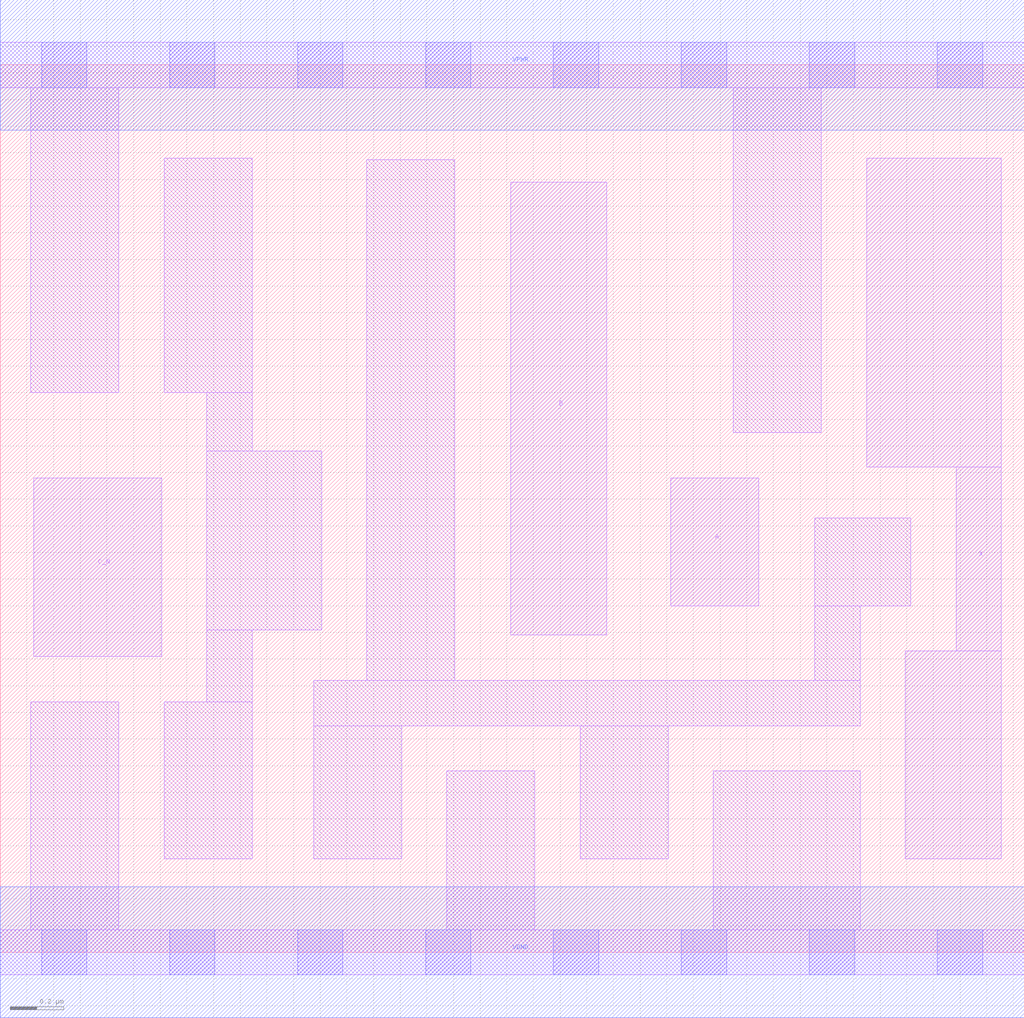
<source format=lef>
# Copyright 2020 The SkyWater PDK Authors
#
# Licensed under the Apache License, Version 2.0 (the "License");
# you may not use this file except in compliance with the License.
# You may obtain a copy of the License at
#
#     https://www.apache.org/licenses/LICENSE-2.0
#
# Unless required by applicable law or agreed to in writing, software
# distributed under the License is distributed on an "AS IS" BASIS,
# WITHOUT WARRANTIES OR CONDITIONS OF ANY KIND, either express or implied.
# See the License for the specific language governing permissions and
# limitations under the License.
#
# SPDX-License-Identifier: Apache-2.0

VERSION 5.5 ;
NAMESCASESENSITIVE ON ;
BUSBITCHARS "[]" ;
DIVIDERCHAR "/" ;
MACRO sky130_fd_sc_ls__or3b_1
  CLASS CORE ;
  SOURCE USER ;
  ORIGIN  0.000000  0.000000 ;
  SIZE  3.840000 BY  3.330000 ;
  SYMMETRY X Y ;
  SITE unit ;
  PIN A
    ANTENNAGATEAREA  0.233000 ;
    DIRECTION INPUT ;
    USE SIGNAL ;
    PORT
      LAYER li1 ;
        RECT 2.515000 1.300000 2.845000 1.780000 ;
    END
  END A
  PIN B
    ANTENNAGATEAREA  0.233000 ;
    DIRECTION INPUT ;
    USE SIGNAL ;
    PORT
      LAYER li1 ;
        RECT 1.915000 1.190000 2.275000 2.890000 ;
    END
  END B
  PIN C_N
    ANTENNAGATEAREA  0.208000 ;
    DIRECTION INPUT ;
    USE SIGNAL ;
    PORT
      LAYER li1 ;
        RECT 0.125000 1.110000 0.605000 1.780000 ;
    END
  END C_N
  PIN X
    ANTENNADIFFAREA  0.541300 ;
    DIRECTION OUTPUT ;
    USE SIGNAL ;
    PORT
      LAYER li1 ;
        RECT 3.250000 1.820000 3.755000 2.980000 ;
        RECT 3.395000 0.350000 3.755000 1.130000 ;
        RECT 3.585000 1.130000 3.755000 1.820000 ;
    END
  END X
  PIN VGND
    DIRECTION INOUT ;
    SHAPE ABUTMENT ;
    USE GROUND ;
    PORT
      LAYER met1 ;
        RECT 0.000000 -0.245000 3.840000 0.245000 ;
    END
  END VGND
  PIN VNB
    DIRECTION INOUT ;
    USE GROUND ;
    PORT
    END
  END VNB
  PIN VPB
    DIRECTION INOUT ;
    USE POWER ;
    PORT
    END
  END VPB
  PIN VPWR
    DIRECTION INOUT ;
    SHAPE ABUTMENT ;
    USE POWER ;
    PORT
      LAYER met1 ;
        RECT 0.000000 3.085000 3.840000 3.575000 ;
    END
  END VPWR
  OBS
    LAYER li1 ;
      RECT 0.000000 -0.085000 3.840000 0.085000 ;
      RECT 0.000000  3.245000 3.840000 3.415000 ;
      RECT 0.115000  0.085000 0.445000 0.940000 ;
      RECT 0.115000  2.100000 0.445000 3.245000 ;
      RECT 0.615000  0.350000 0.945000 0.940000 ;
      RECT 0.615000  2.100000 0.945000 2.980000 ;
      RECT 0.775000  0.940000 0.945000 1.210000 ;
      RECT 0.775000  1.210000 1.205000 1.880000 ;
      RECT 0.775000  1.880000 0.945000 2.100000 ;
      RECT 1.175000  0.350000 1.505000 0.850000 ;
      RECT 1.175000  0.850000 3.225000 1.020000 ;
      RECT 1.375000  1.020000 1.705000 2.975000 ;
      RECT 1.675000  0.085000 2.005000 0.680000 ;
      RECT 2.175000  0.350000 2.505000 0.850000 ;
      RECT 2.675000  0.085000 3.225000 0.680000 ;
      RECT 2.750000  1.950000 3.080000 3.245000 ;
      RECT 3.055000  1.020000 3.225000 1.300000 ;
      RECT 3.055000  1.300000 3.415000 1.630000 ;
    LAYER mcon ;
      RECT 0.155000 -0.085000 0.325000 0.085000 ;
      RECT 0.155000  3.245000 0.325000 3.415000 ;
      RECT 0.635000 -0.085000 0.805000 0.085000 ;
      RECT 0.635000  3.245000 0.805000 3.415000 ;
      RECT 1.115000 -0.085000 1.285000 0.085000 ;
      RECT 1.115000  3.245000 1.285000 3.415000 ;
      RECT 1.595000 -0.085000 1.765000 0.085000 ;
      RECT 1.595000  3.245000 1.765000 3.415000 ;
      RECT 2.075000 -0.085000 2.245000 0.085000 ;
      RECT 2.075000  3.245000 2.245000 3.415000 ;
      RECT 2.555000 -0.085000 2.725000 0.085000 ;
      RECT 2.555000  3.245000 2.725000 3.415000 ;
      RECT 3.035000 -0.085000 3.205000 0.085000 ;
      RECT 3.035000  3.245000 3.205000 3.415000 ;
      RECT 3.515000 -0.085000 3.685000 0.085000 ;
      RECT 3.515000  3.245000 3.685000 3.415000 ;
  END
END sky130_fd_sc_ls__or3b_1
END LIBRARY

</source>
